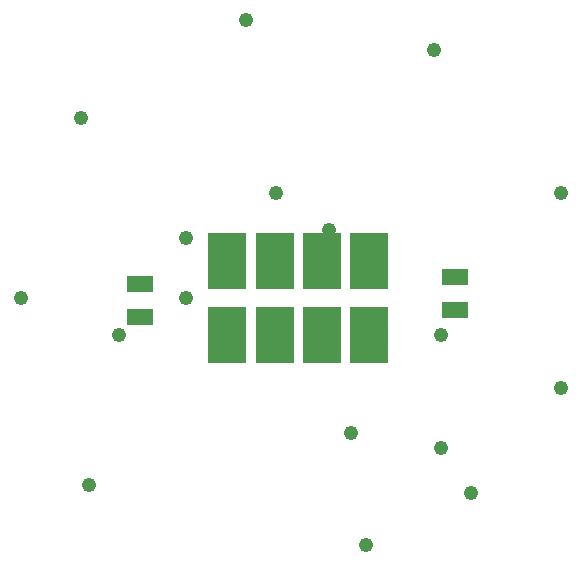
<source format=gbs>
%FSLAX25Y25*%
%MOIN*%
G70*
G01*
G75*
G04 Layer_Color=48896*
%ADD10P,0.08352X4X360.0*%
%ADD11P,0.08352X4X270.0*%
%ADD12P,0.08352X4X75.0*%
%ADD13P,0.08352X4X115.0*%
%ADD14P,0.08352X4X155.0*%
%ADD15P,0.08352X4X195.0*%
%ADD16P,0.08352X4X235.0*%
%ADD17P,0.08352X4X275.0*%
%ADD18R,0.05906X0.05906*%
%ADD19P,0.08352X4X355.0*%
%ADD20P,0.08352X4X395.0*%
%ADD21R,0.05906X0.05906*%
%ADD22C,0.02500*%
%ADD23C,0.04000*%
%ADD24R,0.12205X0.17716*%
%ADD25R,0.08000X0.05000*%
%ADD26C,0.05000*%
%ADD27C,0.01000*%
%ADD28C,0.01200*%
%ADD29C,0.01500*%
%ADD30P,0.06937X4X360.0*%
%ADD31P,0.06937X4X270.0*%
%ADD32P,0.06937X4X75.0*%
%ADD33P,0.06937X4X115.0*%
%ADD34P,0.06937X4X155.0*%
%ADD35P,0.06937X4X195.0*%
%ADD36P,0.06937X4X235.0*%
%ADD37P,0.06937X4X275.0*%
%ADD38R,0.04906X0.04906*%
%ADD39P,0.06937X4X355.0*%
%ADD40P,0.06937X4X395.0*%
%ADD41R,0.04906X0.04906*%
%ADD42R,0.11205X0.16716*%
%ADD43R,0.07000X0.04000*%
%ADD44P,0.09483X4X360.0*%
%ADD45P,0.09483X4X270.0*%
%ADD46P,0.09483X4X75.0*%
%ADD47P,0.09483X4X115.0*%
%ADD48P,0.09483X4X155.0*%
%ADD49P,0.09483X4X195.0*%
%ADD50P,0.09483X4X235.0*%
%ADD51P,0.09483X4X275.0*%
%ADD52R,0.06706X0.06706*%
%ADD53P,0.09483X4X355.0*%
%ADD54P,0.09483X4X395.0*%
%ADD55R,0.06706X0.06706*%
%ADD56C,0.04800*%
%ADD57R,0.13005X0.18517*%
%ADD58R,0.08800X0.05800*%
D56*
X1422500Y917500D02*
D03*
X1307500Y1000000D02*
D03*
X1327500Y1060000D02*
D03*
X1382500Y1092500D02*
D03*
X1445000Y1082500D02*
D03*
X1487500Y1035000D02*
D03*
Y970000D02*
D03*
X1457500Y935000D02*
D03*
X1362500Y1000000D02*
D03*
X1392500Y1035000D02*
D03*
X1447500Y987500D02*
D03*
X1340000D02*
D03*
X1447500Y950000D02*
D03*
X1330000Y937500D02*
D03*
X1410000Y1022500D02*
D03*
X1362500Y1020000D02*
D03*
X1417500Y955000D02*
D03*
D57*
X1376252Y1012106D02*
D03*
Y987500D02*
D03*
X1392000Y1012106D02*
D03*
X1407748D02*
D03*
X1423496D02*
D03*
X1392000Y987500D02*
D03*
X1407748D02*
D03*
X1423496D02*
D03*
D58*
X1347000Y1004500D02*
D03*
Y993500D02*
D03*
X1452000Y1007000D02*
D03*
Y996000D02*
D03*
M02*

</source>
